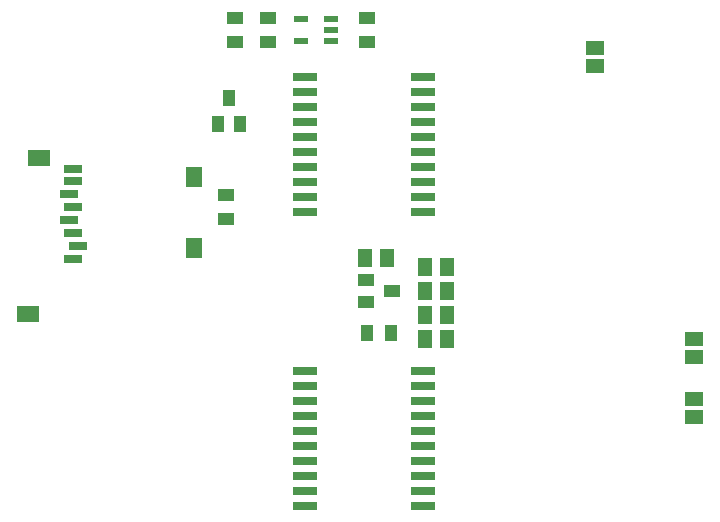
<source format=gbr>
G04 EAGLE Gerber RS-274X export*
G75*
%MOMM*%
%FSLAX34Y34*%
%LPD*%
%INSolderpaste Top*%
%IPPOS*%
%AMOC8*
5,1,8,0,0,1.08239X$1,22.5*%
G01*
%ADD10R,1.900000X1.400000*%
%ADD11R,1.400000X1.800000*%
%ADD12R,1.500000X0.700000*%
%ADD13R,1.300000X1.500000*%
%ADD14R,1.400000X1.000000*%
%ADD15R,2.032000X0.660400*%
%ADD16R,1.200000X0.550000*%
%ADD17R,1.400000X1.100000*%
%ADD18R,1.100000X1.400000*%
%ADD19R,1.600200X1.168400*%
%ADD20R,1.000000X1.400000*%


D10*
X32240Y377000D03*
X23240Y245000D03*
D11*
X163240Y361000D03*
X163240Y301000D03*
D12*
X61240Y368000D03*
X61240Y357000D03*
X57240Y346000D03*
X61240Y335000D03*
X57240Y324000D03*
X61240Y313000D03*
X65240Y302000D03*
X61240Y291000D03*
D13*
X358800Y284480D03*
X377800Y284480D03*
X358800Y264160D03*
X377800Y264160D03*
X358800Y243840D03*
X377800Y243840D03*
X358800Y223520D03*
X377800Y223520D03*
D14*
X331040Y264160D03*
X309040Y254660D03*
X309040Y273660D03*
D13*
X327000Y292100D03*
X308000Y292100D03*
D15*
X257048Y196850D03*
X257048Y184150D03*
X257048Y171450D03*
X257048Y158750D03*
X257048Y146050D03*
X257048Y133350D03*
X257048Y120650D03*
X257048Y107950D03*
X357632Y107950D03*
X357632Y120650D03*
X357632Y133350D03*
X357632Y146050D03*
X357632Y158750D03*
X357632Y171450D03*
X357632Y184150D03*
X357632Y196850D03*
X257048Y95250D03*
X257048Y82550D03*
X357632Y95250D03*
X357632Y82550D03*
X257048Y445770D03*
X257048Y433070D03*
X257048Y420370D03*
X257048Y407670D03*
X257048Y394970D03*
X257048Y382270D03*
X257048Y369570D03*
X257048Y356870D03*
X357632Y356870D03*
X357632Y369570D03*
X357632Y382270D03*
X357632Y394970D03*
X357632Y407670D03*
X357632Y420370D03*
X357632Y433070D03*
X357632Y445770D03*
X257048Y344170D03*
X257048Y331470D03*
X357632Y344170D03*
X357632Y331470D03*
D16*
X279700Y475640D03*
X279700Y485140D03*
X279700Y494640D03*
X253700Y494640D03*
X253700Y475640D03*
D17*
X226060Y475140D03*
X226060Y495140D03*
D18*
X330040Y228600D03*
X310040Y228600D03*
D17*
X190500Y325280D03*
X190500Y345280D03*
X198120Y475140D03*
X198120Y495140D03*
X309880Y475140D03*
X309880Y495140D03*
D19*
X586740Y223520D03*
X586740Y208280D03*
X586740Y172720D03*
X586740Y157480D03*
D20*
X193040Y427560D03*
X202540Y405560D03*
X183540Y405560D03*
D19*
X502920Y454660D03*
X502920Y469900D03*
M02*

</source>
